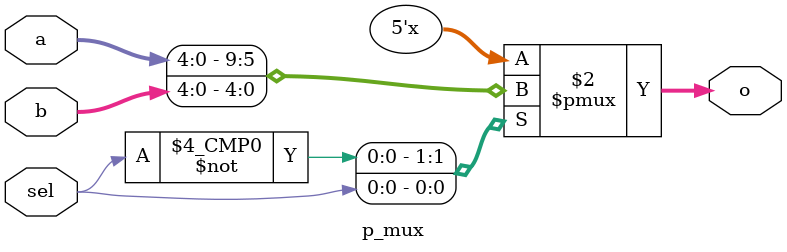
<source format=v>
`timescale 1ns / 1ps
module p_mux(a,b,sel,o);
    input [4:0]a,b;
    input sel;
    output reg [4:0]o;
    
    always@ (*)
        begin
            case (sel)
                0 : o = a;
                1 : o = b;
                default : o = a;
            endcase
        end
endmodule

</source>
